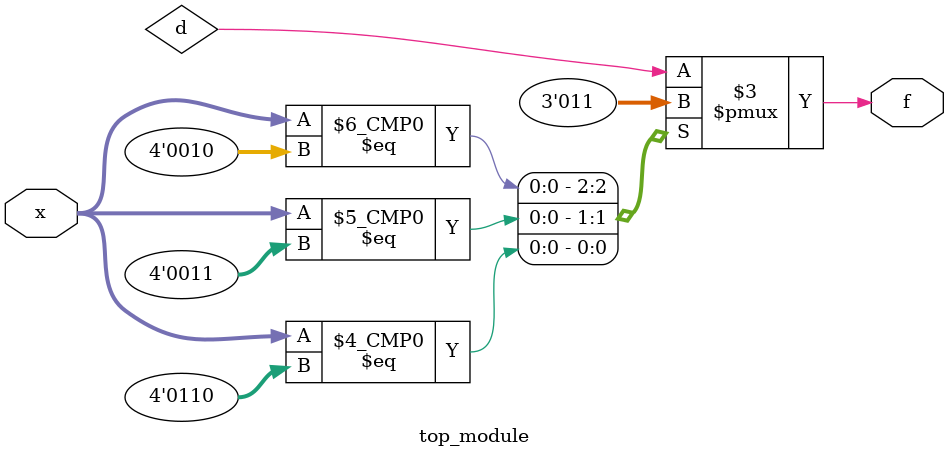
<source format=sv>
module top_module (
	input [4:1] x,
	output logic f
);
    always_comb begin
        case(x)
            4'b00__: f = d; // d is a don't-care value
            4'b010_: f = 0;
            4'b01_1: f = 1;
            4'b011_: f = 0;
            4'b110_: f = 1;
            default: f = d;
        endcase
    end
endmodule

</source>
